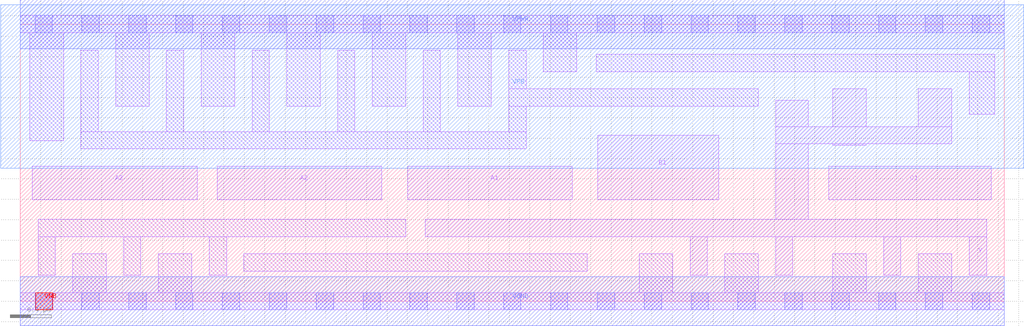
<source format=lef>
# Copyright 2020 The SkyWater PDK Authors
#
# Licensed under the Apache License, Version 2.0 (the "License");
# you may not use this file except in compliance with the License.
# You may obtain a copy of the License at
#
#     https://www.apache.org/licenses/LICENSE-2.0
#
# Unless required by applicable law or agreed to in writing, software
# distributed under the License is distributed on an "AS IS" BASIS,
# WITHOUT WARRANTIES OR CONDITIONS OF ANY KIND, either express or implied.
# See the License for the specific language governing permissions and
# limitations under the License.
#
# SPDX-License-Identifier: Apache-2.0

VERSION 5.7 ;
  NOWIREEXTENSIONATPIN ON ;
  DIVIDERCHAR "/" ;
  BUSBITCHARS "[]" ;
MACRO sky130_fd_sc_hd__a311oi_4
  CLASS CORE ;
  FOREIGN sky130_fd_sc_hd__a311oi_4 ;
  ORIGIN  0.000000  0.000000 ;
  SIZE  9.660000 BY  2.720000 ;
  SYMMETRY X Y R90 ;
  SITE unithd ;
  PIN A1
    ANTENNAGATEAREA  0.990000 ;
    DIRECTION INPUT ;
    USE SIGNAL ;
    PORT
      LAYER li1 ;
        RECT 3.805000 0.995000 5.420000 1.325000 ;
    END
  END A1
  PIN A2
    ANTENNAGATEAREA  0.990000 ;
    DIRECTION INPUT ;
    USE SIGNAL ;
    PORT
      LAYER li1 ;
        RECT 1.935000 0.995000 3.550000 1.325000 ;
    END
  END A2
  PIN A3
    ANTENNAGATEAREA  0.990000 ;
    DIRECTION INPUT ;
    USE SIGNAL ;
    PORT
      LAYER li1 ;
        RECT 0.120000 0.995000 1.735000 1.325000 ;
    END
  END A3
  PIN B1
    ANTENNAGATEAREA  0.990000 ;
    DIRECTION INPUT ;
    USE SIGNAL ;
    PORT
      LAYER li1 ;
        RECT 5.670000 0.995000 6.855000 1.630000 ;
    END
  END B1
  PIN C1
    ANTENNAGATEAREA  0.990000 ;
    DIRECTION INPUT ;
    USE SIGNAL ;
    PORT
      LAYER li1 ;
        RECT 7.935000 0.995000 9.530000 1.325000 ;
    END
  END C1
  PIN VNB
    PORT
      LAYER pwell ;
        RECT 0.150000 -0.085000 0.320000 0.085000 ;
    END
  END VNB
  PIN VPB
    PORT
      LAYER nwell ;
        RECT -0.190000 1.305000 9.850000 2.910000 ;
    END
  END VPB
  PIN Y
    ANTENNADIFFAREA  1.898500 ;
    DIRECTION OUTPUT ;
    USE SIGNAL ;
    PORT
      LAYER li1 ;
        RECT 3.975000 0.635000 9.485000 0.805000 ;
        RECT 6.575000 0.255000 6.745000 0.635000 ;
        RECT 7.415000 0.255000 7.585000 0.635000 ;
        RECT 7.415000 0.805000 7.735000 1.545000 ;
        RECT 7.415000 1.545000 9.145000 1.715000 ;
        RECT 7.415000 1.715000 7.735000 1.975000 ;
        RECT 7.975000 1.530000 8.305000 1.545000 ;
        RECT 7.975000 1.715000 8.305000 2.085000 ;
        RECT 8.475000 0.255000 8.645000 0.635000 ;
        RECT 8.815000 1.715000 9.145000 2.085000 ;
        RECT 9.315000 0.255000 9.485000 0.635000 ;
    END
  END Y
  PIN VGND
    DIRECTION INOUT ;
    SHAPE ABUTMENT ;
    USE GROUND ;
    PORT
      LAYER met1 ;
        RECT 0.000000 -0.240000 9.660000 0.240000 ;
    END
  END VGND
  PIN VPWR
    DIRECTION INOUT ;
    SHAPE ABUTMENT ;
    USE POWER ;
    PORT
      LAYER met1 ;
        RECT 0.000000 2.480000 9.660000 2.960000 ;
    END
  END VPWR
  OBS
    LAYER li1 ;
      RECT 0.000000 -0.085000 9.660000 0.085000 ;
      RECT 0.000000  2.635000 9.660000 2.805000 ;
      RECT 0.095000  1.575000 0.425000 2.635000 ;
      RECT 0.175000  0.255000 0.345000 0.635000 ;
      RECT 0.175000  0.635000 3.785000 0.805000 ;
      RECT 0.515000  0.085000 0.845000 0.465000 ;
      RECT 0.595000  1.495000 4.965000 1.665000 ;
      RECT 0.595000  1.665000 0.765000 2.465000 ;
      RECT 0.935000  1.915000 1.265000 2.635000 ;
      RECT 1.015000  0.255000 1.185000 0.635000 ;
      RECT 1.355000  0.085000 1.685000 0.465000 ;
      RECT 1.435000  1.665000 1.605000 2.465000 ;
      RECT 1.775000  1.915000 2.105000 2.635000 ;
      RECT 1.855000  0.255000 2.025000 0.635000 ;
      RECT 2.195000  0.295000 5.565000 0.465000 ;
      RECT 2.275000  1.665000 2.445000 2.465000 ;
      RECT 2.615000  1.915000 2.945000 2.635000 ;
      RECT 3.115000  1.665000 3.285000 2.465000 ;
      RECT 3.455000  1.915000 3.785000 2.635000 ;
      RECT 3.955000  1.665000 4.125000 2.465000 ;
      RECT 4.295000  1.915000 4.625000 2.635000 ;
      RECT 4.795000  1.665000 4.965000 1.915000 ;
      RECT 4.795000  1.915000 7.245000 2.085000 ;
      RECT 4.795000  2.085000 4.965000 2.465000 ;
      RECT 5.135000  2.255000 5.465000 2.635000 ;
      RECT 5.655000  2.255000 9.565000 2.425000 ;
      RECT 6.075000  0.085000 6.405000 0.465000 ;
      RECT 6.915000  0.085000 7.245000 0.465000 ;
      RECT 7.975000  0.085000 8.305000 0.465000 ;
      RECT 8.815000  0.085000 9.145000 0.465000 ;
      RECT 9.315000  1.835000 9.565000 2.255000 ;
    LAYER mcon ;
      RECT 0.145000 -0.085000 0.315000 0.085000 ;
      RECT 0.145000  2.635000 0.315000 2.805000 ;
      RECT 0.605000 -0.085000 0.775000 0.085000 ;
      RECT 0.605000  2.635000 0.775000 2.805000 ;
      RECT 1.065000 -0.085000 1.235000 0.085000 ;
      RECT 1.065000  2.635000 1.235000 2.805000 ;
      RECT 1.525000 -0.085000 1.695000 0.085000 ;
      RECT 1.525000  2.635000 1.695000 2.805000 ;
      RECT 1.985000 -0.085000 2.155000 0.085000 ;
      RECT 1.985000  2.635000 2.155000 2.805000 ;
      RECT 2.445000 -0.085000 2.615000 0.085000 ;
      RECT 2.445000  2.635000 2.615000 2.805000 ;
      RECT 2.905000 -0.085000 3.075000 0.085000 ;
      RECT 2.905000  2.635000 3.075000 2.805000 ;
      RECT 3.365000 -0.085000 3.535000 0.085000 ;
      RECT 3.365000  2.635000 3.535000 2.805000 ;
      RECT 3.825000 -0.085000 3.995000 0.085000 ;
      RECT 3.825000  2.635000 3.995000 2.805000 ;
      RECT 4.285000 -0.085000 4.455000 0.085000 ;
      RECT 4.285000  2.635000 4.455000 2.805000 ;
      RECT 4.745000 -0.085000 4.915000 0.085000 ;
      RECT 4.745000  2.635000 4.915000 2.805000 ;
      RECT 5.205000 -0.085000 5.375000 0.085000 ;
      RECT 5.205000  2.635000 5.375000 2.805000 ;
      RECT 5.665000 -0.085000 5.835000 0.085000 ;
      RECT 5.665000  2.635000 5.835000 2.805000 ;
      RECT 6.125000 -0.085000 6.295000 0.085000 ;
      RECT 6.125000  2.635000 6.295000 2.805000 ;
      RECT 6.585000 -0.085000 6.755000 0.085000 ;
      RECT 6.585000  2.635000 6.755000 2.805000 ;
      RECT 7.045000 -0.085000 7.215000 0.085000 ;
      RECT 7.045000  2.635000 7.215000 2.805000 ;
      RECT 7.505000 -0.085000 7.675000 0.085000 ;
      RECT 7.505000  2.635000 7.675000 2.805000 ;
      RECT 7.965000 -0.085000 8.135000 0.085000 ;
      RECT 7.965000  2.635000 8.135000 2.805000 ;
      RECT 8.425000 -0.085000 8.595000 0.085000 ;
      RECT 8.425000  2.635000 8.595000 2.805000 ;
      RECT 8.885000 -0.085000 9.055000 0.085000 ;
      RECT 8.885000  2.635000 9.055000 2.805000 ;
      RECT 9.345000 -0.085000 9.515000 0.085000 ;
      RECT 9.345000  2.635000 9.515000 2.805000 ;
  END
END sky130_fd_sc_hd__a311oi_4
END LIBRARY

</source>
